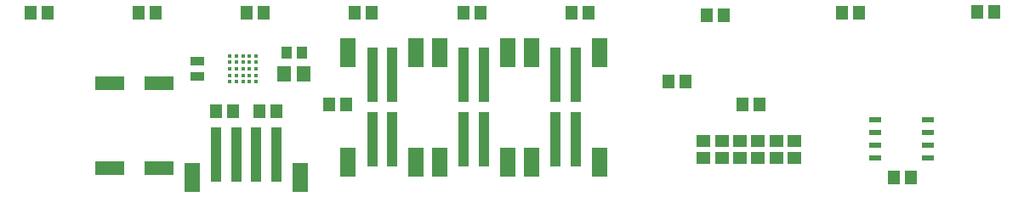
<source format=gbr>
%TF.GenerationSoftware,Altium Limited,Altium Designer,20.0.11 (256)*%
G04 Layer_Color=8421504*
%FSLAX26Y26*%
%MOIN*%
%TF.FileFunction,Paste,Top*%
%TF.Part,Single*%
G01*
G75*
%TA.AperFunction,SMDPad,CuDef*%
%ADD10R,0.047244X0.057087*%
%ADD11R,0.047244X0.055118*%
%ADD12R,0.039370X0.216535*%
%ADD13R,0.062992X0.118110*%
%ADD14R,0.112205X0.055118*%
%ADD15R,0.055118X0.047244*%
%ADD16R,0.053150X0.061024*%
%ADD17R,0.053150X0.037402*%
%ADD18R,0.039370X0.051181*%
%TA.AperFunction,BGAPad,CuDef*%
%ADD19C,0.014567*%
%TA.AperFunction,SMDPad,CuDef*%
G04:AMPARAMS|DCode=20|XSize=21.654mil|YSize=49.213mil|CornerRadius=1.949mil|HoleSize=0mil|Usage=FLASHONLY|Rotation=270.000|XOffset=0mil|YOffset=0mil|HoleType=Round|Shape=RoundedRectangle|*
%AMROUNDEDRECTD20*
21,1,0.021654,0.045315,0,0,270.0*
21,1,0.017756,0.049213,0,0,270.0*
1,1,0.003898,-0.022657,-0.008878*
1,1,0.003898,-0.022657,0.008878*
1,1,0.003898,0.022657,0.008878*
1,1,0.003898,0.022657,-0.008878*
%
%ADD20ROUNDEDRECTD20*%
D10*
X6958465Y1545000D02*
D03*
X6891535D02*
D03*
X4458465Y1815984D02*
D03*
X4391535D02*
D03*
D11*
X5563071Y1457412D02*
D03*
X5630000D02*
D03*
X7181535Y1455000D02*
D03*
X7248465D02*
D03*
X7571536Y1815000D02*
D03*
X7638465D02*
D03*
X7108465Y1805000D02*
D03*
X7041535D02*
D03*
X6154465Y1815000D02*
D03*
X6087535D02*
D03*
X5306465D02*
D03*
X5239535D02*
D03*
X4882465D02*
D03*
X4815535D02*
D03*
X5663536D02*
D03*
X5730465D02*
D03*
X6511536D02*
D03*
X6578465D02*
D03*
X8101535Y1820000D02*
D03*
X8168465D02*
D03*
X7776535Y1170000D02*
D03*
X7843465D02*
D03*
X5118071Y1430000D02*
D03*
X5185000D02*
D03*
X5355000D02*
D03*
X5288071D02*
D03*
D12*
X5276772Y1258563D02*
D03*
X5198032D02*
D03*
X5355512D02*
D03*
X5119291D02*
D03*
X6528740Y1318583D02*
D03*
X6450000D02*
D03*
X6169055D02*
D03*
X6090315D02*
D03*
X5809370D02*
D03*
X5730630D02*
D03*
Y1571417D02*
D03*
X5809370D02*
D03*
X6090315D02*
D03*
X6169055D02*
D03*
X6450000D02*
D03*
X6528740D02*
D03*
D13*
X5450000Y1169980D02*
D03*
X5024803D02*
D03*
X6623228Y1230000D02*
D03*
X6355512D02*
D03*
X6263543D02*
D03*
X5995827D02*
D03*
X5903858D02*
D03*
X5636142D02*
D03*
Y1660000D02*
D03*
X5903858D02*
D03*
X5995827D02*
D03*
X6263543D02*
D03*
X6355512D02*
D03*
X6623228D02*
D03*
D14*
X4896457Y1540000D02*
D03*
X4703543D02*
D03*
X4896457Y1205000D02*
D03*
X4703543D02*
D03*
D15*
X7385466Y1313465D02*
D03*
Y1246535D02*
D03*
X7030000Y1313465D02*
D03*
Y1246535D02*
D03*
X7101093Y1313465D02*
D03*
Y1246535D02*
D03*
X7172186Y1313465D02*
D03*
Y1246535D02*
D03*
X7243279Y1313465D02*
D03*
Y1246535D02*
D03*
X7314372Y1313465D02*
D03*
Y1246535D02*
D03*
D16*
X5386614Y1575000D02*
D03*
X5463386D02*
D03*
D17*
X5045000Y1564488D02*
D03*
Y1625512D02*
D03*
D18*
X5454528Y1660000D02*
D03*
X5395472D02*
D03*
D19*
X5275591Y1544409D02*
D03*
X5250000D02*
D03*
X5224409D02*
D03*
X5198819D02*
D03*
X5173228D02*
D03*
X5275591Y1570000D02*
D03*
X5250000D02*
D03*
X5224409D02*
D03*
X5198819D02*
D03*
X5173228D02*
D03*
X5275591Y1595591D02*
D03*
X5250000D02*
D03*
X5224409D02*
D03*
X5198819D02*
D03*
X5173228D02*
D03*
X5275591Y1621181D02*
D03*
X5250000D02*
D03*
X5224409D02*
D03*
X5198819D02*
D03*
X5173228D02*
D03*
X5275591Y1646772D02*
D03*
X5250000D02*
D03*
X5224409D02*
D03*
X5198819D02*
D03*
X5173228D02*
D03*
D20*
X7701654Y1395000D02*
D03*
Y1345000D02*
D03*
Y1295000D02*
D03*
Y1245000D02*
D03*
X7908346Y1395000D02*
D03*
Y1345000D02*
D03*
Y1295000D02*
D03*
Y1245000D02*
D03*
%TF.MD5,7ab58f9e40ea4d6059ead5da502652dc*%
M02*

</source>
